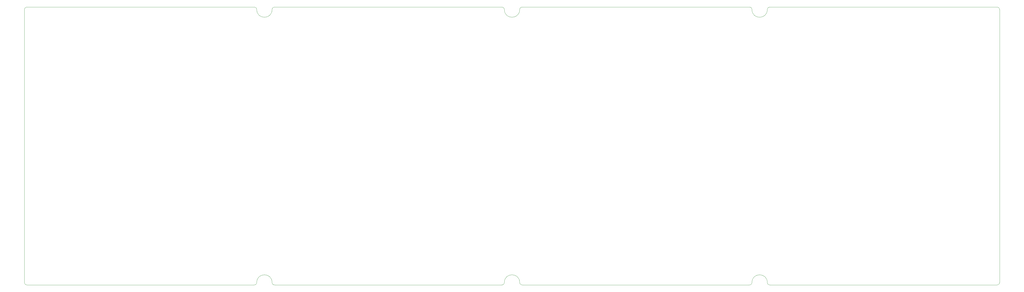
<source format=gm1>
G04 #@! TF.GenerationSoftware,KiCad,Pcbnew,5.99.0-unknown-4f191ce2c7~125~ubuntu18.04.1*
G04 #@! TF.CreationDate,2021-04-25T15:12:41-05:00*
G04 #@! TF.ProjectId,southpawpcb,736f7574-6870-4617-9770-63622e6b6963,rev?*
G04 #@! TF.SameCoordinates,Original*
G04 #@! TF.FileFunction,Profile,NP*
%FSLAX46Y46*%
G04 Gerber Fmt 4.6, Leading zero omitted, Abs format (unit mm)*
G04 Created by KiCad (PCBNEW 5.99.0-unknown-4f191ce2c7~125~ubuntu18.04.1) date 2021-04-25 15:12:41*
%MOMM*%
%LPD*%
G01*
G04 APERTURE LIST*
G04 #@! TA.AperFunction,Profile*
%ADD10C,0.050000*%
G04 #@! TD*
G04 APERTURE END LIST*
D10*
X13837500Y-76631250D02*
X13837500Y-77581250D01*
X198137500Y24068750D02*
G75*
G02*
X192437500Y24068750I-2850000J0D01*
G01*
X290287500Y24068750D02*
G75*
G02*
X291237500Y25018750I950000J0D01*
G01*
X376737500Y-77581250D02*
G75*
G02*
X375787500Y-78531250I-950000J0D01*
G01*
X15737500Y25018750D02*
X14787500Y25018750D01*
X376737500Y-77581250D02*
X376737500Y24068750D01*
X291237500Y-78531250D02*
G75*
G02*
X290287500Y-77581250I0J950000D01*
G01*
X284587500Y-77581250D02*
G75*
G02*
X290287500Y-77581250I2850000J0D01*
G01*
X291237500Y-78531250D02*
X375787500Y-78531250D01*
X105987500Y24068750D02*
G75*
G02*
X100287500Y24068750I-2850000J0D01*
G01*
X291237500Y25018750D02*
X375787500Y25018750D01*
X290287500Y24068750D02*
G75*
G02*
X284587500Y24068750I-2850000J0D01*
G01*
X100287500Y-77581250D02*
G75*
G02*
X99337500Y-78531250I-950000J0D01*
G01*
X99337500Y25018750D02*
G75*
G02*
X100287500Y24068750I0J-950000D01*
G01*
X99337500Y-78531250D02*
X14787500Y-78531250D01*
X284587500Y-77581250D02*
G75*
G02*
X283637500Y-78531250I-950000J0D01*
G01*
X100287500Y-77581250D02*
G75*
G02*
X105987500Y-77581250I2850000J0D01*
G01*
X192437500Y-77581250D02*
G75*
G02*
X198137500Y-77581250I2850000J0D01*
G01*
X199087500Y25018750D02*
X283637500Y25018750D01*
X13837500Y24068750D02*
G75*
G02*
X14787500Y25018750I950000J0D01*
G01*
X14787500Y-78531250D02*
G75*
G02*
X13837500Y-77581250I0J950000D01*
G01*
X198137500Y24068750D02*
G75*
G02*
X199087500Y25018750I950000J0D01*
G01*
X106937500Y25018750D02*
X191487500Y25018750D01*
X375787500Y25018750D02*
G75*
G02*
X376737500Y24068750I0J-950000D01*
G01*
X105987500Y24068750D02*
G75*
G02*
X106937500Y25018750I950000J0D01*
G01*
X106937500Y-78531250D02*
G75*
G02*
X105987500Y-77581250I0J950000D01*
G01*
X199087500Y-78531250D02*
G75*
G02*
X198137500Y-77581250I0J950000D01*
G01*
X15737500Y25018750D02*
X99337500Y25018750D01*
X191487500Y25018750D02*
G75*
G02*
X192437500Y24068750I0J-950000D01*
G01*
X283637500Y-78531250D02*
X199087500Y-78531250D01*
X191487500Y-78531250D02*
X106937500Y-78531250D01*
X13837500Y24068750D02*
X13837500Y-76631250D01*
X283637500Y25018750D02*
G75*
G02*
X284587500Y24068750I0J-950000D01*
G01*
X192437500Y-77581250D02*
G75*
G02*
X191487500Y-78531250I-950000J0D01*
G01*
M02*

</source>
